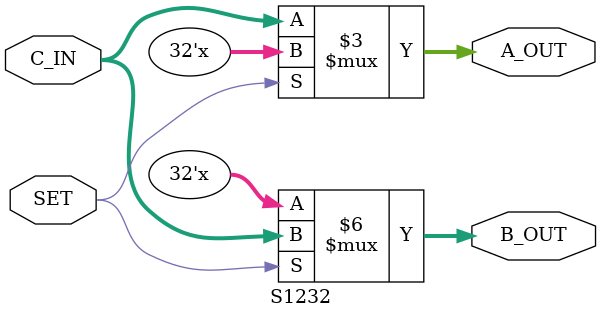
<source format=v>
module S1232
(
	input [31:0] C_IN,//用户输入
	input SET,
	output reg [31:0] A_OUT,
	output reg [31:0] B_OUT
);
always @(*)begin
	if(SET) begin
		B_OUT<=C_IN;
	end else begin
		A_OUT<=C_IN;
	end
end

endmodule
</source>
